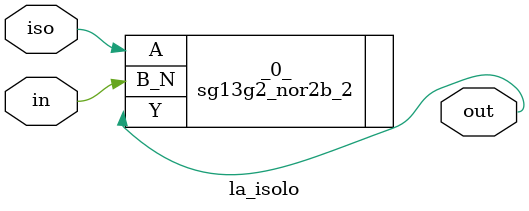
<source format=v>

/* Generated by Yosys 0.44 (git sha1 80ba43d26, g++ 11.4.0-1ubuntu1~22.04 -fPIC -O3) */

(* top =  1  *)
(* src = "generated" *)
(* keep_hierarchy *)
module la_isolo (
    iso,
    in,
    out
);
  (* src = "generated" *)
  input in;
  wire in;
  (* src = "generated" *)
  input iso;
  wire iso;
  (* src = "generated" *)
  output out;
  wire out;
  sg13g2_nor2b_2 _0_ (
      .A  (iso),
      .B_N(in),
      .Y  (out)
  );
endmodule

</source>
